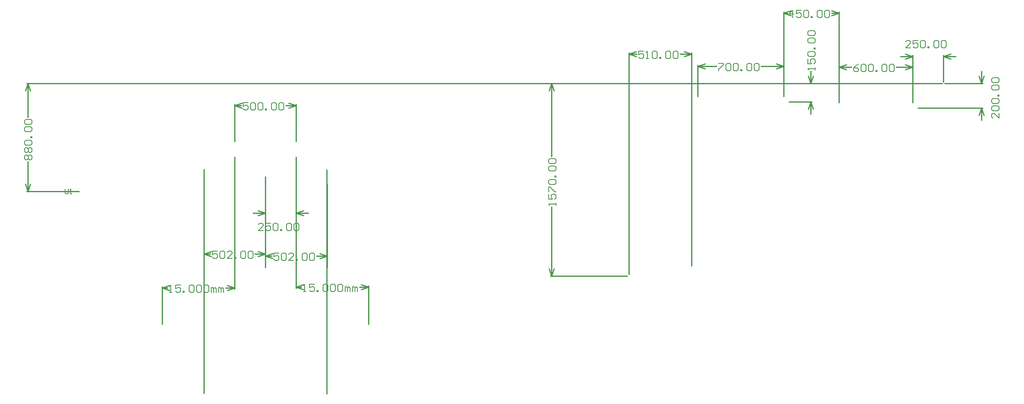
<source format=gm1>
G04*
G04 #@! TF.GenerationSoftware,Altium Limited,Altium Designer,23.7.1 (13)*
G04*
G04 Layer_Color=16711935*
%FSLAX44Y44*%
%MOMM*%
G71*
G04*
G04 #@! TF.SameCoordinates,0223C93B-7FE2-4649-842A-E085946BCD85*
G04*
G04*
G04 #@! TF.FilePolarity,Positive*
G04*
G01*
G75*
%ADD11C,0.2540*%
%ADD62C,0.1524*%
D11*
X1709420Y1023130D02*
Y1099820D01*
X1582420Y1023150D02*
Y1099820D01*
X1687816Y1097280D02*
X1709420D01*
X1582420D02*
X1595896D01*
X1694180Y1102360D02*
X1709420Y1097280D01*
X1694180Y1092200D02*
X1709420Y1097280D01*
X1582420D02*
X1597660Y1092200D01*
X1582420Y1097280D02*
X1597660Y1102360D01*
X1773046Y500592D02*
Y964650D01*
X1518412Y501033D02*
Y965091D01*
X1773428Y762000D02*
Y935990D01*
X1645920Y762000D02*
Y949960D01*
Y786130D02*
X1661160Y791210D01*
X1645920Y786130D02*
X1661160Y781050D01*
X1758188D02*
X1773428Y786130D01*
X1758188Y791210D02*
X1773428Y786130D01*
X1645920D02*
X1659650D01*
X1751570D02*
X1773428D01*
X1645920Y765810D02*
Y788670D01*
X1773428Y765810D02*
Y788670D01*
X1518412Y789940D02*
X1533652Y795020D01*
X1518412Y789940D02*
X1533652Y784860D01*
X1630680D02*
X1645920Y789940D01*
X1630680Y795020D02*
X1645920Y789940D01*
X1518412D02*
X1532142D01*
X1624062D02*
X1645920D01*
X1518412Y504843D02*
Y792480D01*
X1645920Y765810D02*
Y792480D01*
X1709420Y721360D02*
X1724660Y726440D01*
X1709420Y721360D02*
X1724660Y716280D01*
X1844180D02*
X1859420Y721360D01*
X1844180Y726440D02*
X1859420Y721360D01*
X1709420D02*
X1720430D01*
X1840282D02*
X1859420D01*
X1709420Y718820D02*
Y990850D01*
X1859420Y644906D02*
Y723900D01*
X1709420Y875030D02*
X1724660Y880110D01*
X1709420Y875030D02*
X1724660Y869950D01*
X1630680D02*
X1645920Y875030D01*
X1630680Y880110D02*
X1645920Y875030D01*
X1709420D02*
X1734820D01*
X1620520D02*
X1645920D01*
Y872490D02*
Y946150D01*
X1709420Y872490D02*
Y990850D01*
X1432420Y720090D02*
X1447660Y725170D01*
X1432420Y720090D02*
X1447660Y715010D01*
X1567180D02*
X1582420Y720090D01*
X1567180Y725170D02*
X1582420Y720090D01*
X1432420D02*
X1443430D01*
X1563282D02*
X1582420D01*
X1432420Y644906D02*
Y722630D01*
X1582420Y717550D02*
Y990870D01*
X1149350Y934720D02*
X1154430Y919480D01*
X1159510Y934720D01*
X1154430Y1143000D02*
X1159510Y1127760D01*
X1149350D02*
X1154430Y1143000D01*
Y919480D02*
Y981216D01*
Y1073137D02*
Y1143000D01*
X1151890Y919480D02*
X1260984D01*
X1151890Y1143000D02*
X3045460D01*
X2397760Y1203960D02*
X2413000Y1209040D01*
X2397760Y1203960D02*
X2413000Y1198880D01*
X2512060D02*
X2527300Y1203960D01*
X2512060Y1209040D02*
X2527300Y1203960D01*
X2397760D02*
X2413775D01*
X2503157D02*
X2527300D01*
X2397760Y747760D02*
Y1206500D01*
X2527300Y765540D02*
Y1206500D01*
X2232660Y759460D02*
X2237740Y744220D01*
X2242820Y759460D01*
X2237740Y1143000D02*
X2242820Y1127760D01*
X2232660D02*
X2237740Y1143000D01*
Y744220D02*
Y887238D01*
Y991854D02*
Y1143000D01*
X2235200Y744220D02*
X2394220D01*
X2235200Y1143000D02*
X3045460D01*
X2768600Y1158240D02*
X2773680Y1143000D01*
X2778760Y1158240D01*
X2773680Y1104900D02*
X2778760Y1089660D01*
X2768600D02*
X2773680Y1104900D01*
Y1143000D02*
Y1168400D01*
Y1079500D02*
Y1104900D01*
X2728856D02*
X2776220D01*
X2771140Y1143000D02*
X3045460D01*
X2717800Y1289050D02*
X2733040Y1294130D01*
X2717800Y1289050D02*
X2733040Y1283970D01*
X2816860D02*
X2832100Y1289050D01*
X2816860Y1294130D02*
X2832100Y1289050D01*
X2717800D02*
X2724926D01*
X2816846D02*
X2832100D01*
X2717800Y1115956D02*
Y1291590D01*
X2832100Y1103256D02*
Y1291590D01*
X2540000Y1178560D02*
X2555240Y1183640D01*
X2540000Y1178560D02*
X2555240Y1173480D01*
X2702560D02*
X2717800Y1178560D01*
X2702560Y1183640D02*
X2717800Y1178560D01*
X2540000D02*
X2578875D01*
X2670797D02*
X2717800D01*
X2540000Y1115956D02*
Y1181100D01*
X2717800Y1115956D02*
Y1181100D01*
X3048000Y1198880D02*
X3063240Y1203960D01*
X3048000Y1198880D02*
X3063240Y1193800D01*
X2969260D02*
X2984500Y1198880D01*
X2969260Y1203960D02*
X2984500Y1198880D01*
X3048000D02*
X3073400D01*
X2959100D02*
X2984500D01*
Y1103256D02*
Y1201420D01*
X3048000Y1145540D02*
Y1201420D01*
X3121660Y1158240D02*
X3126740Y1143000D01*
X3131820Y1158240D01*
X3126740Y1092200D02*
X3131820Y1076960D01*
X3121660D02*
X3126740Y1092200D01*
Y1143000D02*
Y1168400D01*
Y1066800D02*
Y1092200D01*
X2995556D02*
X3129280D01*
X3050540Y1143000D02*
X3129280D01*
X2832100Y1177290D02*
X2847340Y1182370D01*
X2832100Y1177290D02*
X2847340Y1172210D01*
X2969260D02*
X2984500Y1177290D01*
X2969260Y1182370D02*
X2984500Y1177290D01*
X2832100D02*
X2858275D01*
X2950197D02*
X2984500D01*
X2832100Y1103256D02*
Y1179830D01*
X2984500Y1103256D02*
Y1179830D01*
D62*
X1610116Y1103373D02*
X1599960D01*
Y1095756D01*
X1605038Y1098295D01*
X1607577D01*
X1610116Y1095756D01*
Y1090678D01*
X1607577Y1088139D01*
X1602499D01*
X1599960Y1090678D01*
X1615195Y1100834D02*
X1617734Y1103373D01*
X1622812D01*
X1625351Y1100834D01*
Y1090678D01*
X1622812Y1088139D01*
X1617734D01*
X1615195Y1090678D01*
Y1100834D01*
X1630430D02*
X1632969Y1103373D01*
X1638047D01*
X1640586Y1100834D01*
Y1090678D01*
X1638047Y1088139D01*
X1632969D01*
X1630430Y1090678D01*
Y1100834D01*
X1645665Y1088139D02*
Y1090678D01*
X1648204D01*
Y1088139D01*
X1645665D01*
X1658361Y1100834D02*
X1660900Y1103373D01*
X1665978D01*
X1668517Y1100834D01*
Y1090678D01*
X1665978Y1088139D01*
X1660900D01*
X1658361Y1090678D01*
Y1100834D01*
X1673596D02*
X1676135Y1103373D01*
X1681213D01*
X1683752Y1100834D01*
Y1090678D01*
X1681213Y1088139D01*
X1676135D01*
X1673596Y1090678D01*
Y1100834D01*
X1231900Y924557D02*
Y916093D01*
X1233593Y914400D01*
X1236978D01*
X1238671Y916093D01*
Y924557D01*
X1242057Y914400D02*
X1245442D01*
X1243749D01*
Y924557D01*
X1242057Y922864D01*
X1673870Y792224D02*
X1663714D01*
Y784606D01*
X1668792Y787145D01*
X1671331D01*
X1673870Y784606D01*
Y779528D01*
X1671331Y776989D01*
X1666253D01*
X1663714Y779528D01*
X1678949Y789684D02*
X1681488Y792224D01*
X1686566D01*
X1689105Y789684D01*
Y779528D01*
X1686566Y776989D01*
X1681488D01*
X1678949Y779528D01*
Y789684D01*
X1704340Y776989D02*
X1694184D01*
X1704340Y787145D01*
Y789684D01*
X1701801Y792224D01*
X1696723D01*
X1694184Y789684D01*
X1709419Y776989D02*
Y779528D01*
X1711958D01*
Y776989D01*
X1709419D01*
X1722115Y789684D02*
X1724654Y792224D01*
X1729732D01*
X1732271Y789684D01*
Y779528D01*
X1729732Y776989D01*
X1724654D01*
X1722115Y779528D01*
Y789684D01*
X1737350D02*
X1739889Y792224D01*
X1744967D01*
X1747506Y789684D01*
Y779528D01*
X1744967Y776989D01*
X1739889D01*
X1737350Y779528D01*
Y789684D01*
X1546362Y796033D02*
X1536205D01*
Y788416D01*
X1541284Y790955D01*
X1543823D01*
X1546362Y788416D01*
Y783338D01*
X1543823Y780798D01*
X1538745D01*
X1536205Y783338D01*
X1551441Y793494D02*
X1553980Y796033D01*
X1559058D01*
X1561597Y793494D01*
Y783338D01*
X1559058Y780798D01*
X1553980D01*
X1551441Y783338D01*
Y793494D01*
X1576832Y780798D02*
X1566676D01*
X1576832Y790955D01*
Y793494D01*
X1574293Y796033D01*
X1569215D01*
X1566676Y793494D01*
X1581911Y780798D02*
Y783338D01*
X1584450D01*
Y780798D01*
X1581911D01*
X1594607Y793494D02*
X1597146Y796033D01*
X1602224D01*
X1604763Y793494D01*
Y783338D01*
X1602224Y780798D01*
X1597146D01*
X1594607Y783338D01*
Y793494D01*
X1609842D02*
X1612381Y796033D01*
X1617459D01*
X1619998Y793494D01*
Y783338D01*
X1617459Y780798D01*
X1612381D01*
X1609842Y783338D01*
Y793494D01*
X1724494Y712218D02*
X1729572D01*
X1727033D01*
Y727454D01*
X1724494Y724914D01*
X1747347Y727454D02*
X1737190D01*
Y719836D01*
X1742268Y722375D01*
X1744807D01*
X1747347Y719836D01*
Y714758D01*
X1744807Y712218D01*
X1739729D01*
X1737190Y714758D01*
X1752425Y712218D02*
Y714758D01*
X1754964D01*
Y712218D01*
X1752425D01*
X1765121Y724914D02*
X1767660Y727454D01*
X1772738D01*
X1775278Y724914D01*
Y714758D01*
X1772738Y712218D01*
X1767660D01*
X1765121Y714758D01*
Y724914D01*
X1780356D02*
X1782895Y727454D01*
X1787973D01*
X1790513Y724914D01*
Y714758D01*
X1787973Y712218D01*
X1782895D01*
X1780356Y714758D01*
Y724914D01*
X1795591D02*
X1798130Y727454D01*
X1803209D01*
X1805748Y724914D01*
Y714758D01*
X1803209Y712218D01*
X1798130D01*
X1795591Y714758D01*
Y724914D01*
X1810826Y712218D02*
Y722375D01*
X1813365D01*
X1815905Y719836D01*
Y712218D01*
Y719836D01*
X1818444Y722375D01*
X1820983Y719836D01*
Y712218D01*
X1826061D02*
Y722375D01*
X1828600D01*
X1831140Y719836D01*
Y712218D01*
Y719836D01*
X1833679Y722375D01*
X1836218Y719836D01*
Y712218D01*
X1641866Y838464D02*
X1631709D01*
X1641866Y848621D01*
Y851160D01*
X1639327Y853699D01*
X1634249D01*
X1631709Y851160D01*
X1657101Y853699D02*
X1646945D01*
Y846081D01*
X1652023Y848621D01*
X1654562D01*
X1657101Y846081D01*
Y841003D01*
X1654562Y838464D01*
X1649484D01*
X1646945Y841003D01*
X1662180Y851160D02*
X1664719Y853699D01*
X1669797D01*
X1672336Y851160D01*
Y841003D01*
X1669797Y838464D01*
X1664719D01*
X1662180Y841003D01*
Y851160D01*
X1677415Y838464D02*
Y841003D01*
X1679954D01*
Y838464D01*
X1677415D01*
X1690111Y851160D02*
X1692650Y853699D01*
X1697728D01*
X1700267Y851160D01*
Y841003D01*
X1697728Y838464D01*
X1692650D01*
X1690111Y841003D01*
Y851160D01*
X1705346D02*
X1707885Y853699D01*
X1712963D01*
X1715502Y851160D01*
Y841003D01*
X1712963Y838464D01*
X1707885D01*
X1705346Y841003D01*
Y851160D01*
X1447494Y710948D02*
X1452572D01*
X1450033D01*
Y726183D01*
X1447494Y723644D01*
X1470347Y726183D02*
X1460190D01*
Y718566D01*
X1465268Y721105D01*
X1467807D01*
X1470347Y718566D01*
Y713488D01*
X1467807Y710948D01*
X1462729D01*
X1460190Y713488D01*
X1475425Y710948D02*
Y713488D01*
X1477964D01*
Y710948D01*
X1475425D01*
X1488121Y723644D02*
X1490660Y726183D01*
X1495738D01*
X1498278Y723644D01*
Y713488D01*
X1495738Y710948D01*
X1490660D01*
X1488121Y713488D01*
Y723644D01*
X1503356D02*
X1505895Y726183D01*
X1510974D01*
X1513513Y723644D01*
Y713488D01*
X1510974Y710948D01*
X1505895D01*
X1503356Y713488D01*
Y723644D01*
X1518591D02*
X1521130Y726183D01*
X1526209D01*
X1528748Y723644D01*
Y713488D01*
X1526209Y710948D01*
X1521130D01*
X1518591Y713488D01*
Y723644D01*
X1533826Y710948D02*
Y721105D01*
X1536365D01*
X1538905Y718566D01*
Y710948D01*
Y718566D01*
X1541444Y721105D01*
X1543983Y718566D01*
Y710948D01*
X1549061D02*
Y721105D01*
X1551600D01*
X1554140Y718566D01*
Y710948D01*
Y718566D01*
X1556679Y721105D01*
X1559218Y718566D01*
Y710948D01*
X1150876Y985279D02*
X1148336Y987819D01*
Y992897D01*
X1150876Y995436D01*
X1153415D01*
X1155954Y992897D01*
X1158493Y995436D01*
X1161032D01*
X1163571Y992897D01*
Y987819D01*
X1161032Y985279D01*
X1158493D01*
X1155954Y987819D01*
X1153415Y985279D01*
X1150876D01*
X1155954Y987819D02*
Y992897D01*
X1150876Y1000515D02*
X1148336Y1003054D01*
Y1008132D01*
X1150876Y1010671D01*
X1153415D01*
X1155954Y1008132D01*
X1158493Y1010671D01*
X1161032D01*
X1163571Y1008132D01*
Y1003054D01*
X1161032Y1000515D01*
X1158493D01*
X1155954Y1003054D01*
X1153415Y1000515D01*
X1150876D01*
X1155954Y1003054D02*
Y1008132D01*
X1150876Y1015750D02*
X1148336Y1018289D01*
Y1023367D01*
X1150876Y1025906D01*
X1161032D01*
X1163571Y1023367D01*
Y1018289D01*
X1161032Y1015750D01*
X1150876D01*
X1163571Y1030985D02*
X1161032D01*
Y1033524D01*
X1163571D01*
Y1030985D01*
X1150876Y1043681D02*
X1148336Y1046220D01*
Y1051298D01*
X1150876Y1053837D01*
X1161032D01*
X1163571Y1051298D01*
Y1046220D01*
X1161032Y1043681D01*
X1150876D01*
Y1058916D02*
X1148336Y1061455D01*
Y1066533D01*
X1150876Y1069072D01*
X1161032D01*
X1163571Y1066533D01*
Y1061455D01*
X1161032Y1058916D01*
X1150876D01*
X2427996Y1210053D02*
X2417839D01*
Y1202436D01*
X2422917Y1204975D01*
X2425457D01*
X2427996Y1202436D01*
Y1197358D01*
X2425457Y1194818D01*
X2420378D01*
X2417839Y1197358D01*
X2433074Y1194818D02*
X2438153D01*
X2435613D01*
Y1210053D01*
X2433074Y1207514D01*
X2445770D02*
X2448309Y1210053D01*
X2453388D01*
X2455927Y1207514D01*
Y1197358D01*
X2453388Y1194818D01*
X2448309D01*
X2445770Y1197358D01*
Y1207514D01*
X2461005Y1194818D02*
Y1197358D01*
X2463544D01*
Y1194818D01*
X2461005D01*
X2473701Y1207514D02*
X2476240Y1210053D01*
X2481319D01*
X2483858Y1207514D01*
Y1197358D01*
X2481319Y1194818D01*
X2476240D01*
X2473701Y1197358D01*
Y1207514D01*
X2488936D02*
X2491475Y1210053D01*
X2496554D01*
X2499093Y1207514D01*
Y1197358D01*
X2496554Y1194818D01*
X2491475D01*
X2488936Y1197358D01*
Y1207514D01*
X2246882Y891302D02*
Y896380D01*
Y893841D01*
X2231647D01*
X2234186Y891302D01*
X2231647Y914154D02*
Y903997D01*
X2239264D01*
X2236725Y909076D01*
Y911615D01*
X2239264Y914154D01*
X2244342D01*
X2246882Y911615D01*
Y906537D01*
X2244342Y903997D01*
X2231647Y919233D02*
Y929389D01*
X2234186D01*
X2244342Y919233D01*
X2246882D01*
X2234186Y934468D02*
X2231647Y937007D01*
Y942085D01*
X2234186Y944624D01*
X2244342D01*
X2246882Y942085D01*
Y937007D01*
X2244342Y934468D01*
X2234186D01*
X2246882Y949703D02*
X2244342D01*
Y952242D01*
X2246882D01*
Y949703D01*
X2234186Y962399D02*
X2231647Y964938D01*
Y970016D01*
X2234186Y972555D01*
X2244342D01*
X2246882Y970016D01*
Y964938D01*
X2244342Y962399D01*
X2234186D01*
Y977634D02*
X2231647Y980173D01*
Y985251D01*
X2234186Y987790D01*
X2244342D01*
X2246882Y985251D01*
Y980173D01*
X2244342Y977634D01*
X2234186D01*
X2782821Y1170940D02*
Y1176018D01*
Y1173479D01*
X2767586D01*
X2770126Y1170940D01*
X2767586Y1193793D02*
Y1183636D01*
X2775204D01*
X2772665Y1188714D01*
Y1191253D01*
X2775204Y1193793D01*
X2780282D01*
X2782821Y1191253D01*
Y1186175D01*
X2780282Y1183636D01*
X2770126Y1198871D02*
X2767586Y1201410D01*
Y1206488D01*
X2770126Y1209028D01*
X2780282D01*
X2782821Y1206488D01*
Y1201410D01*
X2780282Y1198871D01*
X2770126D01*
X2782821Y1214106D02*
X2780282D01*
Y1216645D01*
X2782821D01*
Y1214106D01*
X2770126Y1226802D02*
X2767586Y1229341D01*
Y1234419D01*
X2770126Y1236959D01*
X2780282D01*
X2782821Y1234419D01*
Y1229341D01*
X2780282Y1226802D01*
X2770126D01*
Y1242037D02*
X2767586Y1244576D01*
Y1249654D01*
X2770126Y1252194D01*
X2780282D01*
X2782821Y1249654D01*
Y1244576D01*
X2780282Y1242037D01*
X2770126D01*
X2736607Y1279909D02*
Y1295143D01*
X2728990Y1287526D01*
X2739146D01*
X2754381Y1295143D02*
X2744225D01*
Y1287526D01*
X2749303Y1290065D01*
X2751842D01*
X2754381Y1287526D01*
Y1282448D01*
X2751842Y1279909D01*
X2746764D01*
X2744225Y1282448D01*
X2759460Y1292604D02*
X2761999Y1295143D01*
X2767077D01*
X2769616Y1292604D01*
Y1282448D01*
X2767077Y1279909D01*
X2761999D01*
X2759460Y1282448D01*
Y1292604D01*
X2774695Y1279909D02*
Y1282448D01*
X2777234D01*
Y1279909D01*
X2774695D01*
X2787391Y1292604D02*
X2789930Y1295143D01*
X2795008D01*
X2797547Y1292604D01*
Y1282448D01*
X2795008Y1279909D01*
X2789930D01*
X2787391Y1282448D01*
Y1292604D01*
X2802626D02*
X2805165Y1295143D01*
X2810243D01*
X2812782Y1292604D01*
Y1282448D01*
X2810243Y1279909D01*
X2805165D01*
X2802626Y1282448D01*
Y1292604D01*
X2582939Y1184653D02*
X2593096D01*
Y1182114D01*
X2582939Y1171958D01*
Y1169418D01*
X2598175Y1182114D02*
X2600714Y1184653D01*
X2605792D01*
X2608331Y1182114D01*
Y1171958D01*
X2605792Y1169418D01*
X2600714D01*
X2598175Y1171958D01*
Y1182114D01*
X2613410D02*
X2615949Y1184653D01*
X2621027D01*
X2623566Y1182114D01*
Y1171958D01*
X2621027Y1169418D01*
X2615949D01*
X2613410Y1171958D01*
Y1182114D01*
X2628645Y1169418D02*
Y1171958D01*
X2631184D01*
Y1169418D01*
X2628645D01*
X2641341Y1182114D02*
X2643880Y1184653D01*
X2648958D01*
X2651497Y1182114D01*
Y1171958D01*
X2648958Y1169418D01*
X2643880D01*
X2641341Y1171958D01*
Y1182114D01*
X2656576D02*
X2659115Y1184653D01*
X2664193D01*
X2666732Y1182114D01*
Y1171958D01*
X2664193Y1169418D01*
X2659115D01*
X2656576Y1171958D01*
Y1182114D01*
X2980446Y1217163D02*
X2970290D01*
X2980446Y1227320D01*
Y1229859D01*
X2977907Y1232398D01*
X2972829D01*
X2970290Y1229859D01*
X2995681Y1232398D02*
X2985525D01*
Y1224781D01*
X2990603Y1227320D01*
X2993142D01*
X2995681Y1224781D01*
Y1219702D01*
X2993142Y1217163D01*
X2988064D01*
X2985525Y1219702D01*
X3000760Y1229859D02*
X3003299Y1232398D01*
X3008377D01*
X3010916Y1229859D01*
Y1219702D01*
X3008377Y1217163D01*
X3003299D01*
X3000760Y1219702D01*
Y1229859D01*
X3015995Y1217163D02*
Y1219702D01*
X3018534D01*
Y1217163D01*
X3015995D01*
X3028690Y1229859D02*
X3031230Y1232398D01*
X3036308D01*
X3038847Y1229859D01*
Y1219702D01*
X3036308Y1217163D01*
X3031230D01*
X3028690Y1219702D01*
Y1229859D01*
X3043926D02*
X3046465Y1232398D01*
X3051543D01*
X3054082Y1229859D01*
Y1219702D01*
X3051543Y1217163D01*
X3046465D01*
X3043926Y1219702D01*
Y1229859D01*
X3163306Y1081796D02*
Y1071639D01*
X3153149Y1081796D01*
X3150610D01*
X3148071Y1079257D01*
Y1074179D01*
X3150610Y1071639D01*
Y1086875D02*
X3148071Y1089414D01*
Y1094492D01*
X3150610Y1097031D01*
X3160767D01*
X3163306Y1094492D01*
Y1089414D01*
X3160767Y1086875D01*
X3150610D01*
Y1102110D02*
X3148071Y1104649D01*
Y1109727D01*
X3150610Y1112266D01*
X3160767D01*
X3163306Y1109727D01*
Y1104649D01*
X3160767Y1102110D01*
X3150610D01*
X3163306Y1117345D02*
X3160767D01*
Y1119884D01*
X3163306D01*
Y1117345D01*
X3150610Y1130041D02*
X3148071Y1132580D01*
Y1137658D01*
X3150610Y1140197D01*
X3160767D01*
X3163306Y1137658D01*
Y1132580D01*
X3160767Y1130041D01*
X3150610D01*
Y1145276D02*
X3148071Y1147815D01*
Y1152893D01*
X3150610Y1155432D01*
X3160767D01*
X3163306Y1152893D01*
Y1147815D01*
X3160767Y1145276D01*
X3150610D01*
X2872496Y1183383D02*
X2867418Y1180844D01*
X2862339Y1175766D01*
Y1170688D01*
X2864879Y1168148D01*
X2869957D01*
X2872496Y1170688D01*
Y1173227D01*
X2869957Y1175766D01*
X2862339D01*
X2877574Y1180844D02*
X2880114Y1183383D01*
X2885192D01*
X2887731Y1180844D01*
Y1170688D01*
X2885192Y1168148D01*
X2880114D01*
X2877574Y1170688D01*
Y1180844D01*
X2892810D02*
X2895349Y1183383D01*
X2900427D01*
X2902966Y1180844D01*
Y1170688D01*
X2900427Y1168148D01*
X2895349D01*
X2892810Y1170688D01*
Y1180844D01*
X2908045Y1168148D02*
Y1170688D01*
X2910584D01*
Y1168148D01*
X2908045D01*
X2920741Y1180844D02*
X2923280Y1183383D01*
X2928358D01*
X2930898Y1180844D01*
Y1170688D01*
X2928358Y1168148D01*
X2923280D01*
X2920741Y1170688D01*
Y1180844D01*
X2935976D02*
X2938515Y1183383D01*
X2943593D01*
X2946133Y1180844D01*
Y1170688D01*
X2943593Y1168148D01*
X2938515D01*
X2935976Y1170688D01*
Y1180844D01*
M02*

</source>
